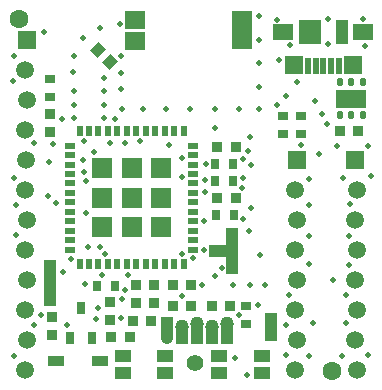
<source format=gbs>
G04*
G04 #@! TF.GenerationSoftware,Altium Limited,Altium Designer,20.2.6 (244)*
G04*
G04 Layer_Color=16711935*
%FSLAX25Y25*%
%MOIN*%
G70*
G04*
G04 #@! TF.SameCoordinates,A3B400B8-C857-4583-85C6-9FA4B9C7ABCD*
G04*
G04*
G04 #@! TF.FilePolarity,Negative*
G04*
G01*
G75*
%ADD22R,0.03543X0.03543*%
%ADD23C,0.06299*%
%ADD24C,0.05512*%
%ADD25O,0.04394X0.05118*%
%ADD26R,0.04394X0.05118*%
%ADD27R,0.05894X0.05894*%
%ADD28C,0.05894*%
%ADD29C,0.01811*%
%ADD33C,0.04000*%
%ADD46R,0.05512X0.04134*%
%ADD61R,0.04000X0.04000*%
%ADD62C,0.04000*%
%ADD72R,0.04031X0.03300*%
%ADD73R,0.04028X0.09500*%
%ADD74R,0.04035X0.04023*%
%ADD75R,0.06004X0.06496*%
%ADD76R,0.02165X0.05827*%
%ADD77R,0.07480X0.07874*%
%ADD78R,0.06890X0.05512*%
%ADD79R,0.04331X0.07874*%
%ADD80R,0.05194X0.03194*%
%ADD81R,0.03794X0.03394*%
%ADD82R,0.02794X0.04294*%
%ADD83R,0.10000X0.06457*%
G04:AMPARAMS|DCode=84|XSize=21.26mil|YSize=29.13mil|CornerRadius=6.69mil|HoleSize=0mil|Usage=FLASHONLY|Rotation=0.000|XOffset=0mil|YOffset=0mil|HoleType=Round|Shape=RoundedRectangle|*
%AMROUNDEDRECTD84*
21,1,0.02126,0.01575,0,0,0.0*
21,1,0.00787,0.02913,0,0,0.0*
1,1,0.01339,0.00394,-0.00787*
1,1,0.01339,-0.00394,-0.00787*
1,1,0.01339,-0.00394,0.00787*
1,1,0.01339,0.00394,0.00787*
%
%ADD84ROUNDEDRECTD84*%
%ADD85R,0.04030X0.03630*%
%ADD86R,0.03394X0.03794*%
%ADD87R,0.02362X0.03543*%
%ADD88R,0.03543X0.02362*%
%ADD89R,0.06693X0.06693*%
%ADD90R,0.03794X0.02794*%
%ADD91R,0.03630X0.04030*%
%ADD92R,0.07087X0.06102*%
%ADD93R,0.07087X0.12992*%
G04:AMPARAMS|DCode=94|XSize=33.94mil|YSize=37.94mil|CornerRadius=0mil|HoleSize=0mil|Usage=FLASHONLY|Rotation=135.000|XOffset=0mil|YOffset=0mil|HoleType=Round|Shape=Rectangle|*
%AMROTATEDRECTD94*
4,1,4,0.02541,0.00141,-0.00141,-0.02541,-0.02541,-0.00141,0.00141,0.02541,0.02541,0.00141,0.0*
%
%ADD94ROTATEDRECTD94*%

%ADD95R,0.02794X0.03794*%
D22*
X71555Y62204D02*
D03*
X78051D02*
D03*
X42788Y16035D02*
D03*
X36292D02*
D03*
X78051Y79134D02*
D03*
X71555D02*
D03*
D23*
X5512Y122047D02*
D03*
X110000Y4500D02*
D03*
D24*
X64447Y7087D02*
D03*
D25*
X60000Y19400D02*
D03*
X75000Y20200D02*
D03*
X65000D02*
D03*
X70000Y19400D02*
D03*
D26*
X55000Y20200D02*
D03*
D27*
X98392Y75000D02*
D03*
X8392Y115000D02*
D03*
X117592Y75000D02*
D03*
D28*
X98392Y55000D02*
D03*
X97592Y45000D02*
D03*
Y65000D02*
D03*
X98392Y35000D02*
D03*
X97592Y25000D02*
D03*
X98392Y15000D02*
D03*
X97592Y5000D02*
D03*
X7592Y25000D02*
D03*
X8392Y35000D02*
D03*
X7592Y45000D02*
D03*
X8392Y55000D02*
D03*
X7592Y65000D02*
D03*
Y105000D02*
D03*
X8392Y95000D02*
D03*
X7592Y85000D02*
D03*
X7992Y75000D02*
D03*
X8392Y15000D02*
D03*
X7592Y5000D02*
D03*
X117592Y35000D02*
D03*
X118392Y45000D02*
D03*
X117592Y55000D02*
D03*
X118392Y65000D02*
D03*
Y25000D02*
D03*
X117592Y15000D02*
D03*
X118392Y5000D02*
D03*
D29*
X121966Y79430D02*
D03*
X98297Y100800D02*
D03*
X120342Y121949D02*
D03*
X108719Y113500D02*
D03*
X96042Y113300D02*
D03*
X91800Y121555D02*
D03*
X91567Y93307D02*
D03*
X94529Y96118D02*
D03*
X39764Y22410D02*
D03*
X17059Y80116D02*
D03*
X19883Y88429D02*
D03*
X10800Y80600D02*
D03*
X21557Y20000D02*
D03*
X10500D02*
D03*
X77627Y9055D02*
D03*
X39562Y103987D02*
D03*
X40100Y28700D02*
D03*
X31909Y25456D02*
D03*
X31455Y21907D02*
D03*
X41992Y36454D02*
D03*
X40844Y31702D02*
D03*
X59842Y29528D02*
D03*
X34382Y43525D02*
D03*
X32514Y45828D02*
D03*
X28495D02*
D03*
X31496Y50863D02*
D03*
X80433Y55100D02*
D03*
X82279Y51396D02*
D03*
X28022Y67827D02*
D03*
Y57087D02*
D03*
X20200Y37655D02*
D03*
X3705Y101108D02*
D03*
X85243Y26498D02*
D03*
X77114Y33315D02*
D03*
X67246Y45059D02*
D03*
X66695Y33379D02*
D03*
X70841Y36307D02*
D03*
X78909Y23353D02*
D03*
X67398Y54508D02*
D03*
X67642Y64286D02*
D03*
X89761Y22162D02*
D03*
X94529Y20000D02*
D03*
Y10000D02*
D03*
X55000Y15748D02*
D03*
X81628Y3386D02*
D03*
X68110Y73622D02*
D03*
X15354Y63083D02*
D03*
X17959Y60478D02*
D03*
X82558Y82565D02*
D03*
X108770Y121949D02*
D03*
X85564Y99207D02*
D03*
X108167Y87000D02*
D03*
X106795Y90143D02*
D03*
X111522Y79741D02*
D03*
X3937Y68898D02*
D03*
X92443Y108255D02*
D03*
X27522Y33593D02*
D03*
X24039Y109744D02*
D03*
X80034Y65689D02*
D03*
X99606Y79921D02*
D03*
X105800Y77000D02*
D03*
X33858Y88763D02*
D03*
X67779Y68095D02*
D03*
X60100Y75626D02*
D03*
X83071Y73415D02*
D03*
X122835Y69685D02*
D03*
X95669Y29921D02*
D03*
X102362Y9449D02*
D03*
X113386D02*
D03*
X122047Y9843D02*
D03*
X3937Y9449D02*
D03*
X4724Y50000D02*
D03*
X3937Y109449D02*
D03*
X31496Y74016D02*
D03*
X35039Y71260D02*
D03*
X41339Y64173D02*
D03*
X51575Y60630D02*
D03*
X54724Y63779D02*
D03*
X46063Y81102D02*
D03*
X27165D02*
D03*
X32515Y119000D02*
D03*
X24016Y88976D02*
D03*
X23716Y104306D02*
D03*
X34000Y93307D02*
D03*
Y98032D02*
D03*
Y102292D02*
D03*
X13851Y117520D02*
D03*
X39224Y120288D02*
D03*
X39622Y109449D02*
D03*
X85564Y122958D02*
D03*
X24016Y93307D02*
D03*
X85564Y115041D02*
D03*
Y92030D02*
D03*
X54787D02*
D03*
X73230Y38972D02*
D03*
X63779Y42126D02*
D03*
X26947Y75073D02*
D03*
X80315Y75197D02*
D03*
Y68897D02*
D03*
X22835Y42077D02*
D03*
X27165Y70866D02*
D03*
X15748Y74410D02*
D03*
X33331Y36454D02*
D03*
X59957Y43681D02*
D03*
X35827Y80709D02*
D03*
X55512Y79921D02*
D03*
X110487Y35020D02*
D03*
X46847Y92030D02*
D03*
X104220Y94619D02*
D03*
X70866Y85433D02*
D03*
X81890Y77953D02*
D03*
X102362Y68504D02*
D03*
Y59842D02*
D03*
Y49606D02*
D03*
Y40157D02*
D03*
X113779Y68898D02*
D03*
X4724Y59842D02*
D03*
X30709Y77559D02*
D03*
X41000Y80626D02*
D03*
X83071Y59055D02*
D03*
X86002Y43188D02*
D03*
X40087Y92030D02*
D03*
X39622Y98438D02*
D03*
X121057Y113000D02*
D03*
X31500Y60126D02*
D03*
X35000Y54126D02*
D03*
X45000Y74126D02*
D03*
Y60626D02*
D03*
X41500Y70626D02*
D03*
X34000Y62626D02*
D03*
X62731Y92030D02*
D03*
X37674Y88700D02*
D03*
X82676Y33351D02*
D03*
X51000Y72126D02*
D03*
X60000Y69126D02*
D03*
X12919Y23223D02*
D03*
X114567Y29921D02*
D03*
X115500Y40000D02*
D03*
X114500Y20500D02*
D03*
X116142Y60236D02*
D03*
X115500Y49500D02*
D03*
X87533Y33379D02*
D03*
X51500Y51126D02*
D03*
X45000Y50626D02*
D03*
X54500Y53626D02*
D03*
X27076Y115714D02*
D03*
X103500Y20500D02*
D03*
X41500Y54126D02*
D03*
X70841Y92030D02*
D03*
X85564Y107124D02*
D03*
X24016Y98032D02*
D03*
X79037Y92030D02*
D03*
D33*
X70000Y15748D02*
Y19400D01*
X60000Y15748D02*
Y19400D01*
X75000Y15748D02*
Y20200D01*
X65000Y15748D02*
Y20200D01*
X55000Y15748D02*
Y20200D01*
D46*
X40157Y3839D02*
D03*
X54331D02*
D03*
X40157Y9547D02*
D03*
X54331D02*
D03*
X72441Y3839D02*
D03*
X86614D02*
D03*
X72441Y9547D02*
D03*
X86614D02*
D03*
D61*
X75000Y15748D02*
D03*
X70000D02*
D03*
X65000D02*
D03*
X60000D02*
D03*
D62*
X55000D02*
D03*
D72*
X89761Y19012D02*
D03*
D73*
X16110Y33703D02*
D03*
X76575Y44935D02*
D03*
D74*
X73671Y44489D02*
D03*
D75*
X116880Y106535D02*
D03*
X97304D02*
D03*
D76*
X112214Y106181D02*
D03*
X101979D02*
D03*
X109656D02*
D03*
X104538D02*
D03*
X107097D02*
D03*
D77*
X102559Y117441D02*
D03*
D78*
X93789D02*
D03*
X120384D02*
D03*
D79*
X113189D02*
D03*
D80*
X17897Y8079D02*
D03*
X32497D02*
D03*
D81*
X16142Y84130D02*
D03*
Y90130D02*
D03*
X16500Y16500D02*
D03*
Y22500D02*
D03*
X35879Y27625D02*
D03*
Y21625D02*
D03*
D82*
X29916Y15631D02*
D03*
X22516D02*
D03*
X26216Y25631D02*
D03*
D83*
X116448Y95276D02*
D03*
D84*
X120385Y100787D02*
D03*
X116448D02*
D03*
X112511D02*
D03*
X120385Y89764D02*
D03*
X116448D02*
D03*
X112511D02*
D03*
D85*
X89761Y16161D02*
D03*
Y22162D02*
D03*
X16109Y39954D02*
D03*
Y33954D02*
D03*
Y27954D02*
D03*
X76575Y38685D02*
D03*
Y50685D02*
D03*
D86*
X50500Y33126D02*
D03*
X44500D02*
D03*
X69835Y26174D02*
D03*
X75835D02*
D03*
X43500Y21126D02*
D03*
X49500D02*
D03*
X63052Y26174D02*
D03*
X57052D02*
D03*
X63052Y33126D02*
D03*
X57052D02*
D03*
X44500Y27126D02*
D03*
X50500D02*
D03*
X118500Y84700D02*
D03*
X112500D02*
D03*
D87*
X60496Y40138D02*
D03*
X57346D02*
D03*
X54197D02*
D03*
X51047D02*
D03*
X47898D02*
D03*
X44748D02*
D03*
X41598D02*
D03*
X38449D02*
D03*
X35299D02*
D03*
X32150D02*
D03*
X29000D02*
D03*
X25850D02*
D03*
Y84626D02*
D03*
X29000D02*
D03*
X32150D02*
D03*
X35299D02*
D03*
X38449D02*
D03*
X41598D02*
D03*
X44748D02*
D03*
X47898D02*
D03*
X51047D02*
D03*
X54197D02*
D03*
X57346D02*
D03*
X60496D02*
D03*
D88*
X22701Y45059D02*
D03*
Y48209D02*
D03*
Y51358D02*
D03*
Y54508D02*
D03*
Y57657D02*
D03*
Y60807D02*
D03*
Y63957D02*
D03*
Y67106D02*
D03*
Y70256D02*
D03*
Y73405D02*
D03*
Y76555D02*
D03*
Y79705D02*
D03*
X63646D02*
D03*
Y76555D02*
D03*
Y73405D02*
D03*
Y70256D02*
D03*
Y67106D02*
D03*
Y63957D02*
D03*
Y60807D02*
D03*
Y57657D02*
D03*
Y54508D02*
D03*
Y51358D02*
D03*
Y48209D02*
D03*
Y45059D02*
D03*
D89*
X43173Y62382D02*
D03*
Y72224D02*
D03*
X53016D02*
D03*
Y62382D02*
D03*
Y52539D02*
D03*
X43173D02*
D03*
X33331D02*
D03*
Y62382D02*
D03*
Y72224D02*
D03*
D90*
X16142Y95819D02*
D03*
Y101819D02*
D03*
X81370Y26297D02*
D03*
Y20297D02*
D03*
X93500Y83500D02*
D03*
Y89500D02*
D03*
X99500Y83500D02*
D03*
Y89500D02*
D03*
D91*
X70772Y44488D02*
D03*
X76772D02*
D03*
D92*
X44291Y114665D02*
D03*
Y121555D02*
D03*
D93*
X80118Y118110D02*
D03*
D94*
X31879Y111707D02*
D03*
X36121Y107465D02*
D03*
D95*
X37496Y32883D02*
D03*
X31496D02*
D03*
X71173Y56693D02*
D03*
X77173D02*
D03*
X77114Y73622D02*
D03*
X71114D02*
D03*
X77114Y67979D02*
D03*
X71114D02*
D03*
M02*

</source>
